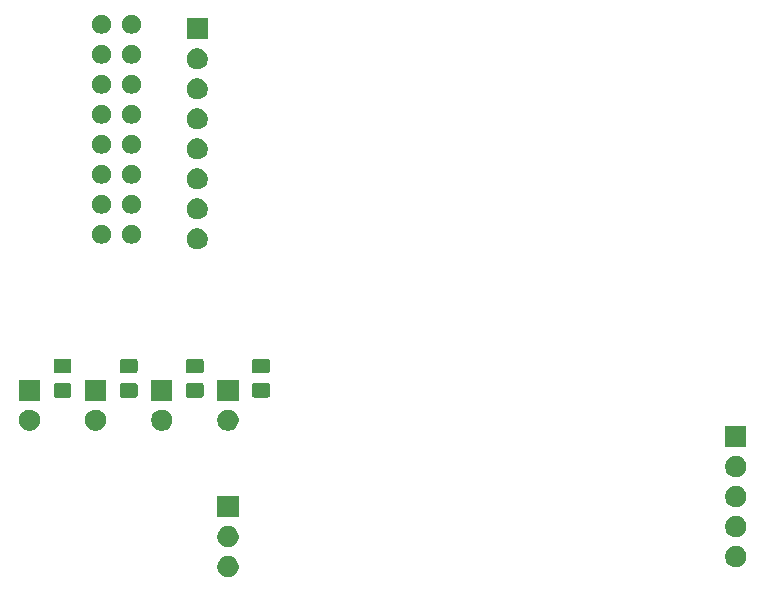
<source format=gbs>
G04 #@! TF.GenerationSoftware,KiCad,Pcbnew,(5.1.5)-3*
G04 #@! TF.CreationDate,2020-04-23T23:50:09+02:00*
G04 #@! TF.ProjectId,User_Interface_Board,55736572-5f49-46e7-9465-72666163655f,rev?*
G04 #@! TF.SameCoordinates,Original*
G04 #@! TF.FileFunction,Soldermask,Bot*
G04 #@! TF.FilePolarity,Negative*
%FSLAX46Y46*%
G04 Gerber Fmt 4.6, Leading zero omitted, Abs format (unit mm)*
G04 Created by KiCad (PCBNEW (5.1.5)-3) date 2020-04-23 23:50:09*
%MOMM*%
%LPD*%
G04 APERTURE LIST*
%ADD10C,0.100000*%
G04 APERTURE END LIST*
D10*
G36*
X149713512Y-115143927D02*
G01*
X149862812Y-115173624D01*
X150026784Y-115241544D01*
X150174354Y-115340147D01*
X150299853Y-115465646D01*
X150398456Y-115613216D01*
X150466376Y-115777188D01*
X150501000Y-115951259D01*
X150501000Y-116128741D01*
X150466376Y-116302812D01*
X150398456Y-116466784D01*
X150299853Y-116614354D01*
X150174354Y-116739853D01*
X150026784Y-116838456D01*
X149862812Y-116906376D01*
X149713512Y-116936073D01*
X149688742Y-116941000D01*
X149511258Y-116941000D01*
X149486488Y-116936073D01*
X149337188Y-116906376D01*
X149173216Y-116838456D01*
X149025646Y-116739853D01*
X148900147Y-116614354D01*
X148801544Y-116466784D01*
X148733624Y-116302812D01*
X148699000Y-116128741D01*
X148699000Y-115951259D01*
X148733624Y-115777188D01*
X148801544Y-115613216D01*
X148900147Y-115465646D01*
X149025646Y-115340147D01*
X149173216Y-115241544D01*
X149337188Y-115173624D01*
X149486488Y-115143927D01*
X149511258Y-115139000D01*
X149688742Y-115139000D01*
X149713512Y-115143927D01*
G37*
G36*
X192713512Y-114283927D02*
G01*
X192862812Y-114313624D01*
X193026784Y-114381544D01*
X193174354Y-114480147D01*
X193299853Y-114605646D01*
X193398456Y-114753216D01*
X193466376Y-114917188D01*
X193501000Y-115091259D01*
X193501000Y-115268741D01*
X193466376Y-115442812D01*
X193398456Y-115606784D01*
X193299853Y-115754354D01*
X193174354Y-115879853D01*
X193026784Y-115978456D01*
X192862812Y-116046376D01*
X192713512Y-116076073D01*
X192688742Y-116081000D01*
X192511258Y-116081000D01*
X192486488Y-116076073D01*
X192337188Y-116046376D01*
X192173216Y-115978456D01*
X192025646Y-115879853D01*
X191900147Y-115754354D01*
X191801544Y-115606784D01*
X191733624Y-115442812D01*
X191699000Y-115268741D01*
X191699000Y-115091259D01*
X191733624Y-114917188D01*
X191801544Y-114753216D01*
X191900147Y-114605646D01*
X192025646Y-114480147D01*
X192173216Y-114381544D01*
X192337188Y-114313624D01*
X192486488Y-114283927D01*
X192511258Y-114279000D01*
X192688742Y-114279000D01*
X192713512Y-114283927D01*
G37*
G36*
X149713512Y-112603927D02*
G01*
X149862812Y-112633624D01*
X150026784Y-112701544D01*
X150174354Y-112800147D01*
X150299853Y-112925646D01*
X150398456Y-113073216D01*
X150466376Y-113237188D01*
X150501000Y-113411259D01*
X150501000Y-113588741D01*
X150466376Y-113762812D01*
X150398456Y-113926784D01*
X150299853Y-114074354D01*
X150174354Y-114199853D01*
X150026784Y-114298456D01*
X149862812Y-114366376D01*
X149713512Y-114396073D01*
X149688742Y-114401000D01*
X149511258Y-114401000D01*
X149486488Y-114396073D01*
X149337188Y-114366376D01*
X149173216Y-114298456D01*
X149025646Y-114199853D01*
X148900147Y-114074354D01*
X148801544Y-113926784D01*
X148733624Y-113762812D01*
X148699000Y-113588741D01*
X148699000Y-113411259D01*
X148733624Y-113237188D01*
X148801544Y-113073216D01*
X148900147Y-112925646D01*
X149025646Y-112800147D01*
X149173216Y-112701544D01*
X149337188Y-112633624D01*
X149486488Y-112603927D01*
X149511258Y-112599000D01*
X149688742Y-112599000D01*
X149713512Y-112603927D01*
G37*
G36*
X192713512Y-111743927D02*
G01*
X192862812Y-111773624D01*
X193026784Y-111841544D01*
X193174354Y-111940147D01*
X193299853Y-112065646D01*
X193398456Y-112213216D01*
X193466376Y-112377188D01*
X193501000Y-112551259D01*
X193501000Y-112728741D01*
X193466376Y-112902812D01*
X193398456Y-113066784D01*
X193299853Y-113214354D01*
X193174354Y-113339853D01*
X193026784Y-113438456D01*
X192862812Y-113506376D01*
X192713512Y-113536073D01*
X192688742Y-113541000D01*
X192511258Y-113541000D01*
X192486488Y-113536073D01*
X192337188Y-113506376D01*
X192173216Y-113438456D01*
X192025646Y-113339853D01*
X191900147Y-113214354D01*
X191801544Y-113066784D01*
X191733624Y-112902812D01*
X191699000Y-112728741D01*
X191699000Y-112551259D01*
X191733624Y-112377188D01*
X191801544Y-112213216D01*
X191900147Y-112065646D01*
X192025646Y-111940147D01*
X192173216Y-111841544D01*
X192337188Y-111773624D01*
X192486488Y-111743927D01*
X192511258Y-111739000D01*
X192688742Y-111739000D01*
X192713512Y-111743927D01*
G37*
G36*
X150501000Y-111861000D02*
G01*
X148699000Y-111861000D01*
X148699000Y-110059000D01*
X150501000Y-110059000D01*
X150501000Y-111861000D01*
G37*
G36*
X192713512Y-109203927D02*
G01*
X192862812Y-109233624D01*
X193026784Y-109301544D01*
X193174354Y-109400147D01*
X193299853Y-109525646D01*
X193398456Y-109673216D01*
X193466376Y-109837188D01*
X193501000Y-110011259D01*
X193501000Y-110188741D01*
X193466376Y-110362812D01*
X193398456Y-110526784D01*
X193299853Y-110674354D01*
X193174354Y-110799853D01*
X193026784Y-110898456D01*
X192862812Y-110966376D01*
X192713512Y-110996073D01*
X192688742Y-111001000D01*
X192511258Y-111001000D01*
X192486488Y-110996073D01*
X192337188Y-110966376D01*
X192173216Y-110898456D01*
X192025646Y-110799853D01*
X191900147Y-110674354D01*
X191801544Y-110526784D01*
X191733624Y-110362812D01*
X191699000Y-110188741D01*
X191699000Y-110011259D01*
X191733624Y-109837188D01*
X191801544Y-109673216D01*
X191900147Y-109525646D01*
X192025646Y-109400147D01*
X192173216Y-109301544D01*
X192337188Y-109233624D01*
X192486488Y-109203927D01*
X192511258Y-109199000D01*
X192688742Y-109199000D01*
X192713512Y-109203927D01*
G37*
G36*
X192713512Y-106663927D02*
G01*
X192862812Y-106693624D01*
X193026784Y-106761544D01*
X193174354Y-106860147D01*
X193299853Y-106985646D01*
X193398456Y-107133216D01*
X193466376Y-107297188D01*
X193501000Y-107471259D01*
X193501000Y-107648741D01*
X193466376Y-107822812D01*
X193398456Y-107986784D01*
X193299853Y-108134354D01*
X193174354Y-108259853D01*
X193026784Y-108358456D01*
X192862812Y-108426376D01*
X192713512Y-108456073D01*
X192688742Y-108461000D01*
X192511258Y-108461000D01*
X192486488Y-108456073D01*
X192337188Y-108426376D01*
X192173216Y-108358456D01*
X192025646Y-108259853D01*
X191900147Y-108134354D01*
X191801544Y-107986784D01*
X191733624Y-107822812D01*
X191699000Y-107648741D01*
X191699000Y-107471259D01*
X191733624Y-107297188D01*
X191801544Y-107133216D01*
X191900147Y-106985646D01*
X192025646Y-106860147D01*
X192173216Y-106761544D01*
X192337188Y-106693624D01*
X192486488Y-106663927D01*
X192511258Y-106659000D01*
X192688742Y-106659000D01*
X192713512Y-106663927D01*
G37*
G36*
X193501000Y-105921000D02*
G01*
X191699000Y-105921000D01*
X191699000Y-104119000D01*
X193501000Y-104119000D01*
X193501000Y-105921000D01*
G37*
G36*
X132913512Y-102743927D02*
G01*
X133062812Y-102773624D01*
X133226784Y-102841544D01*
X133374354Y-102940147D01*
X133499853Y-103065646D01*
X133598456Y-103213216D01*
X133666376Y-103377188D01*
X133701000Y-103551259D01*
X133701000Y-103728741D01*
X133666376Y-103902812D01*
X133598456Y-104066784D01*
X133499853Y-104214354D01*
X133374354Y-104339853D01*
X133226784Y-104438456D01*
X133062812Y-104506376D01*
X132913512Y-104536073D01*
X132888742Y-104541000D01*
X132711258Y-104541000D01*
X132686488Y-104536073D01*
X132537188Y-104506376D01*
X132373216Y-104438456D01*
X132225646Y-104339853D01*
X132100147Y-104214354D01*
X132001544Y-104066784D01*
X131933624Y-103902812D01*
X131899000Y-103728741D01*
X131899000Y-103551259D01*
X131933624Y-103377188D01*
X132001544Y-103213216D01*
X132100147Y-103065646D01*
X132225646Y-102940147D01*
X132373216Y-102841544D01*
X132537188Y-102773624D01*
X132686488Y-102743927D01*
X132711258Y-102739000D01*
X132888742Y-102739000D01*
X132913512Y-102743927D01*
G37*
G36*
X138513512Y-102743927D02*
G01*
X138662812Y-102773624D01*
X138826784Y-102841544D01*
X138974354Y-102940147D01*
X139099853Y-103065646D01*
X139198456Y-103213216D01*
X139266376Y-103377188D01*
X139301000Y-103551259D01*
X139301000Y-103728741D01*
X139266376Y-103902812D01*
X139198456Y-104066784D01*
X139099853Y-104214354D01*
X138974354Y-104339853D01*
X138826784Y-104438456D01*
X138662812Y-104506376D01*
X138513512Y-104536073D01*
X138488742Y-104541000D01*
X138311258Y-104541000D01*
X138286488Y-104536073D01*
X138137188Y-104506376D01*
X137973216Y-104438456D01*
X137825646Y-104339853D01*
X137700147Y-104214354D01*
X137601544Y-104066784D01*
X137533624Y-103902812D01*
X137499000Y-103728741D01*
X137499000Y-103551259D01*
X137533624Y-103377188D01*
X137601544Y-103213216D01*
X137700147Y-103065646D01*
X137825646Y-102940147D01*
X137973216Y-102841544D01*
X138137188Y-102773624D01*
X138286488Y-102743927D01*
X138311258Y-102739000D01*
X138488742Y-102739000D01*
X138513512Y-102743927D01*
G37*
G36*
X144113512Y-102743927D02*
G01*
X144262812Y-102773624D01*
X144426784Y-102841544D01*
X144574354Y-102940147D01*
X144699853Y-103065646D01*
X144798456Y-103213216D01*
X144866376Y-103377188D01*
X144901000Y-103551259D01*
X144901000Y-103728741D01*
X144866376Y-103902812D01*
X144798456Y-104066784D01*
X144699853Y-104214354D01*
X144574354Y-104339853D01*
X144426784Y-104438456D01*
X144262812Y-104506376D01*
X144113512Y-104536073D01*
X144088742Y-104541000D01*
X143911258Y-104541000D01*
X143886488Y-104536073D01*
X143737188Y-104506376D01*
X143573216Y-104438456D01*
X143425646Y-104339853D01*
X143300147Y-104214354D01*
X143201544Y-104066784D01*
X143133624Y-103902812D01*
X143099000Y-103728741D01*
X143099000Y-103551259D01*
X143133624Y-103377188D01*
X143201544Y-103213216D01*
X143300147Y-103065646D01*
X143425646Y-102940147D01*
X143573216Y-102841544D01*
X143737188Y-102773624D01*
X143886488Y-102743927D01*
X143911258Y-102739000D01*
X144088742Y-102739000D01*
X144113512Y-102743927D01*
G37*
G36*
X149713512Y-102743927D02*
G01*
X149862812Y-102773624D01*
X150026784Y-102841544D01*
X150174354Y-102940147D01*
X150299853Y-103065646D01*
X150398456Y-103213216D01*
X150466376Y-103377188D01*
X150501000Y-103551259D01*
X150501000Y-103728741D01*
X150466376Y-103902812D01*
X150398456Y-104066784D01*
X150299853Y-104214354D01*
X150174354Y-104339853D01*
X150026784Y-104438456D01*
X149862812Y-104506376D01*
X149713512Y-104536073D01*
X149688742Y-104541000D01*
X149511258Y-104541000D01*
X149486488Y-104536073D01*
X149337188Y-104506376D01*
X149173216Y-104438456D01*
X149025646Y-104339853D01*
X148900147Y-104214354D01*
X148801544Y-104066784D01*
X148733624Y-103902812D01*
X148699000Y-103728741D01*
X148699000Y-103551259D01*
X148733624Y-103377188D01*
X148801544Y-103213216D01*
X148900147Y-103065646D01*
X149025646Y-102940147D01*
X149173216Y-102841544D01*
X149337188Y-102773624D01*
X149486488Y-102743927D01*
X149511258Y-102739000D01*
X149688742Y-102739000D01*
X149713512Y-102743927D01*
G37*
G36*
X139301000Y-102001000D02*
G01*
X137499000Y-102001000D01*
X137499000Y-100199000D01*
X139301000Y-100199000D01*
X139301000Y-102001000D01*
G37*
G36*
X150501000Y-102001000D02*
G01*
X148699000Y-102001000D01*
X148699000Y-100199000D01*
X150501000Y-100199000D01*
X150501000Y-102001000D01*
G37*
G36*
X144901000Y-102001000D02*
G01*
X143099000Y-102001000D01*
X143099000Y-100199000D01*
X144901000Y-100199000D01*
X144901000Y-102001000D01*
G37*
G36*
X133701000Y-102001000D02*
G01*
X131899000Y-102001000D01*
X131899000Y-100199000D01*
X133701000Y-100199000D01*
X133701000Y-102001000D01*
G37*
G36*
X136188674Y-100478465D02*
G01*
X136226367Y-100489899D01*
X136261103Y-100508466D01*
X136291548Y-100533452D01*
X136316534Y-100563897D01*
X136335101Y-100598633D01*
X136346535Y-100636326D01*
X136351000Y-100681661D01*
X136351000Y-101518339D01*
X136346535Y-101563674D01*
X136335101Y-101601367D01*
X136316534Y-101636103D01*
X136291548Y-101666548D01*
X136261103Y-101691534D01*
X136226367Y-101710101D01*
X136188674Y-101721535D01*
X136143339Y-101726000D01*
X135056661Y-101726000D01*
X135011326Y-101721535D01*
X134973633Y-101710101D01*
X134938897Y-101691534D01*
X134908452Y-101666548D01*
X134883466Y-101636103D01*
X134864899Y-101601367D01*
X134853465Y-101563674D01*
X134849000Y-101518339D01*
X134849000Y-100681661D01*
X134853465Y-100636326D01*
X134864899Y-100598633D01*
X134883466Y-100563897D01*
X134908452Y-100533452D01*
X134938897Y-100508466D01*
X134973633Y-100489899D01*
X135011326Y-100478465D01*
X135056661Y-100474000D01*
X136143339Y-100474000D01*
X136188674Y-100478465D01*
G37*
G36*
X141788674Y-100478465D02*
G01*
X141826367Y-100489899D01*
X141861103Y-100508466D01*
X141891548Y-100533452D01*
X141916534Y-100563897D01*
X141935101Y-100598633D01*
X141946535Y-100636326D01*
X141951000Y-100681661D01*
X141951000Y-101518339D01*
X141946535Y-101563674D01*
X141935101Y-101601367D01*
X141916534Y-101636103D01*
X141891548Y-101666548D01*
X141861103Y-101691534D01*
X141826367Y-101710101D01*
X141788674Y-101721535D01*
X141743339Y-101726000D01*
X140656661Y-101726000D01*
X140611326Y-101721535D01*
X140573633Y-101710101D01*
X140538897Y-101691534D01*
X140508452Y-101666548D01*
X140483466Y-101636103D01*
X140464899Y-101601367D01*
X140453465Y-101563674D01*
X140449000Y-101518339D01*
X140449000Y-100681661D01*
X140453465Y-100636326D01*
X140464899Y-100598633D01*
X140483466Y-100563897D01*
X140508452Y-100533452D01*
X140538897Y-100508466D01*
X140573633Y-100489899D01*
X140611326Y-100478465D01*
X140656661Y-100474000D01*
X141743339Y-100474000D01*
X141788674Y-100478465D01*
G37*
G36*
X147388674Y-100478465D02*
G01*
X147426367Y-100489899D01*
X147461103Y-100508466D01*
X147491548Y-100533452D01*
X147516534Y-100563897D01*
X147535101Y-100598633D01*
X147546535Y-100636326D01*
X147551000Y-100681661D01*
X147551000Y-101518339D01*
X147546535Y-101563674D01*
X147535101Y-101601367D01*
X147516534Y-101636103D01*
X147491548Y-101666548D01*
X147461103Y-101691534D01*
X147426367Y-101710101D01*
X147388674Y-101721535D01*
X147343339Y-101726000D01*
X146256661Y-101726000D01*
X146211326Y-101721535D01*
X146173633Y-101710101D01*
X146138897Y-101691534D01*
X146108452Y-101666548D01*
X146083466Y-101636103D01*
X146064899Y-101601367D01*
X146053465Y-101563674D01*
X146049000Y-101518339D01*
X146049000Y-100681661D01*
X146053465Y-100636326D01*
X146064899Y-100598633D01*
X146083466Y-100563897D01*
X146108452Y-100533452D01*
X146138897Y-100508466D01*
X146173633Y-100489899D01*
X146211326Y-100478465D01*
X146256661Y-100474000D01*
X147343339Y-100474000D01*
X147388674Y-100478465D01*
G37*
G36*
X152988674Y-100478465D02*
G01*
X153026367Y-100489899D01*
X153061103Y-100508466D01*
X153091548Y-100533452D01*
X153116534Y-100563897D01*
X153135101Y-100598633D01*
X153146535Y-100636326D01*
X153151000Y-100681661D01*
X153151000Y-101518339D01*
X153146535Y-101563674D01*
X153135101Y-101601367D01*
X153116534Y-101636103D01*
X153091548Y-101666548D01*
X153061103Y-101691534D01*
X153026367Y-101710101D01*
X152988674Y-101721535D01*
X152943339Y-101726000D01*
X151856661Y-101726000D01*
X151811326Y-101721535D01*
X151773633Y-101710101D01*
X151738897Y-101691534D01*
X151708452Y-101666548D01*
X151683466Y-101636103D01*
X151664899Y-101601367D01*
X151653465Y-101563674D01*
X151649000Y-101518339D01*
X151649000Y-100681661D01*
X151653465Y-100636326D01*
X151664899Y-100598633D01*
X151683466Y-100563897D01*
X151708452Y-100533452D01*
X151738897Y-100508466D01*
X151773633Y-100489899D01*
X151811326Y-100478465D01*
X151856661Y-100474000D01*
X152943339Y-100474000D01*
X152988674Y-100478465D01*
G37*
G36*
X136188674Y-98428465D02*
G01*
X136226367Y-98439899D01*
X136261103Y-98458466D01*
X136291548Y-98483452D01*
X136316534Y-98513897D01*
X136335101Y-98548633D01*
X136346535Y-98586326D01*
X136351000Y-98631661D01*
X136351000Y-99468339D01*
X136346535Y-99513674D01*
X136335101Y-99551367D01*
X136316534Y-99586103D01*
X136291548Y-99616548D01*
X136261103Y-99641534D01*
X136226367Y-99660101D01*
X136188674Y-99671535D01*
X136143339Y-99676000D01*
X135056661Y-99676000D01*
X135011326Y-99671535D01*
X134973633Y-99660101D01*
X134938897Y-99641534D01*
X134908452Y-99616548D01*
X134883466Y-99586103D01*
X134864899Y-99551367D01*
X134853465Y-99513674D01*
X134849000Y-99468339D01*
X134849000Y-98631661D01*
X134853465Y-98586326D01*
X134864899Y-98548633D01*
X134883466Y-98513897D01*
X134908452Y-98483452D01*
X134938897Y-98458466D01*
X134973633Y-98439899D01*
X135011326Y-98428465D01*
X135056661Y-98424000D01*
X136143339Y-98424000D01*
X136188674Y-98428465D01*
G37*
G36*
X141788674Y-98428465D02*
G01*
X141826367Y-98439899D01*
X141861103Y-98458466D01*
X141891548Y-98483452D01*
X141916534Y-98513897D01*
X141935101Y-98548633D01*
X141946535Y-98586326D01*
X141951000Y-98631661D01*
X141951000Y-99468339D01*
X141946535Y-99513674D01*
X141935101Y-99551367D01*
X141916534Y-99586103D01*
X141891548Y-99616548D01*
X141861103Y-99641534D01*
X141826367Y-99660101D01*
X141788674Y-99671535D01*
X141743339Y-99676000D01*
X140656661Y-99676000D01*
X140611326Y-99671535D01*
X140573633Y-99660101D01*
X140538897Y-99641534D01*
X140508452Y-99616548D01*
X140483466Y-99586103D01*
X140464899Y-99551367D01*
X140453465Y-99513674D01*
X140449000Y-99468339D01*
X140449000Y-98631661D01*
X140453465Y-98586326D01*
X140464899Y-98548633D01*
X140483466Y-98513897D01*
X140508452Y-98483452D01*
X140538897Y-98458466D01*
X140573633Y-98439899D01*
X140611326Y-98428465D01*
X140656661Y-98424000D01*
X141743339Y-98424000D01*
X141788674Y-98428465D01*
G37*
G36*
X147388674Y-98428465D02*
G01*
X147426367Y-98439899D01*
X147461103Y-98458466D01*
X147491548Y-98483452D01*
X147516534Y-98513897D01*
X147535101Y-98548633D01*
X147546535Y-98586326D01*
X147551000Y-98631661D01*
X147551000Y-99468339D01*
X147546535Y-99513674D01*
X147535101Y-99551367D01*
X147516534Y-99586103D01*
X147491548Y-99616548D01*
X147461103Y-99641534D01*
X147426367Y-99660101D01*
X147388674Y-99671535D01*
X147343339Y-99676000D01*
X146256661Y-99676000D01*
X146211326Y-99671535D01*
X146173633Y-99660101D01*
X146138897Y-99641534D01*
X146108452Y-99616548D01*
X146083466Y-99586103D01*
X146064899Y-99551367D01*
X146053465Y-99513674D01*
X146049000Y-99468339D01*
X146049000Y-98631661D01*
X146053465Y-98586326D01*
X146064899Y-98548633D01*
X146083466Y-98513897D01*
X146108452Y-98483452D01*
X146138897Y-98458466D01*
X146173633Y-98439899D01*
X146211326Y-98428465D01*
X146256661Y-98424000D01*
X147343339Y-98424000D01*
X147388674Y-98428465D01*
G37*
G36*
X152988674Y-98428465D02*
G01*
X153026367Y-98439899D01*
X153061103Y-98458466D01*
X153091548Y-98483452D01*
X153116534Y-98513897D01*
X153135101Y-98548633D01*
X153146535Y-98586326D01*
X153151000Y-98631661D01*
X153151000Y-99468339D01*
X153146535Y-99513674D01*
X153135101Y-99551367D01*
X153116534Y-99586103D01*
X153091548Y-99616548D01*
X153061103Y-99641534D01*
X153026367Y-99660101D01*
X152988674Y-99671535D01*
X152943339Y-99676000D01*
X151856661Y-99676000D01*
X151811326Y-99671535D01*
X151773633Y-99660101D01*
X151738897Y-99641534D01*
X151708452Y-99616548D01*
X151683466Y-99586103D01*
X151664899Y-99551367D01*
X151653465Y-99513674D01*
X151649000Y-99468339D01*
X151649000Y-98631661D01*
X151653465Y-98586326D01*
X151664899Y-98548633D01*
X151683466Y-98513897D01*
X151708452Y-98483452D01*
X151738897Y-98458466D01*
X151773633Y-98439899D01*
X151811326Y-98428465D01*
X151856661Y-98424000D01*
X152943339Y-98424000D01*
X152988674Y-98428465D01*
G37*
G36*
X147113512Y-87383927D02*
G01*
X147262812Y-87413624D01*
X147426784Y-87481544D01*
X147574354Y-87580147D01*
X147699853Y-87705646D01*
X147798456Y-87853216D01*
X147866376Y-88017188D01*
X147901000Y-88191259D01*
X147901000Y-88368741D01*
X147866376Y-88542812D01*
X147798456Y-88706784D01*
X147699853Y-88854354D01*
X147574354Y-88979853D01*
X147426784Y-89078456D01*
X147262812Y-89146376D01*
X147113512Y-89176073D01*
X147088742Y-89181000D01*
X146911258Y-89181000D01*
X146886488Y-89176073D01*
X146737188Y-89146376D01*
X146573216Y-89078456D01*
X146425646Y-88979853D01*
X146300147Y-88854354D01*
X146201544Y-88706784D01*
X146133624Y-88542812D01*
X146099000Y-88368741D01*
X146099000Y-88191259D01*
X146133624Y-88017188D01*
X146201544Y-87853216D01*
X146300147Y-87705646D01*
X146425646Y-87580147D01*
X146573216Y-87481544D01*
X146737188Y-87413624D01*
X146886488Y-87383927D01*
X146911258Y-87379000D01*
X147088742Y-87379000D01*
X147113512Y-87383927D01*
G37*
G36*
X141677142Y-87108242D02*
G01*
X141825101Y-87169529D01*
X141958255Y-87258499D01*
X142071501Y-87371745D01*
X142160471Y-87504899D01*
X142221758Y-87652858D01*
X142253000Y-87809925D01*
X142253000Y-87970075D01*
X142221758Y-88127142D01*
X142160471Y-88275101D01*
X142071501Y-88408255D01*
X141958255Y-88521501D01*
X141825101Y-88610471D01*
X141677142Y-88671758D01*
X141520075Y-88703000D01*
X141359925Y-88703000D01*
X141202858Y-88671758D01*
X141054899Y-88610471D01*
X140921745Y-88521501D01*
X140808499Y-88408255D01*
X140719529Y-88275101D01*
X140658242Y-88127142D01*
X140627000Y-87970075D01*
X140627000Y-87809925D01*
X140658242Y-87652858D01*
X140719529Y-87504899D01*
X140808499Y-87371745D01*
X140921745Y-87258499D01*
X141054899Y-87169529D01*
X141202858Y-87108242D01*
X141359925Y-87077000D01*
X141520075Y-87077000D01*
X141677142Y-87108242D01*
G37*
G36*
X139137142Y-87108242D02*
G01*
X139285101Y-87169529D01*
X139418255Y-87258499D01*
X139531501Y-87371745D01*
X139620471Y-87504899D01*
X139681758Y-87652858D01*
X139713000Y-87809925D01*
X139713000Y-87970075D01*
X139681758Y-88127142D01*
X139620471Y-88275101D01*
X139531501Y-88408255D01*
X139418255Y-88521501D01*
X139285101Y-88610471D01*
X139137142Y-88671758D01*
X138980075Y-88703000D01*
X138819925Y-88703000D01*
X138662858Y-88671758D01*
X138514899Y-88610471D01*
X138381745Y-88521501D01*
X138268499Y-88408255D01*
X138179529Y-88275101D01*
X138118242Y-88127142D01*
X138087000Y-87970075D01*
X138087000Y-87809925D01*
X138118242Y-87652858D01*
X138179529Y-87504899D01*
X138268499Y-87371745D01*
X138381745Y-87258499D01*
X138514899Y-87169529D01*
X138662858Y-87108242D01*
X138819925Y-87077000D01*
X138980075Y-87077000D01*
X139137142Y-87108242D01*
G37*
G36*
X147113512Y-84843927D02*
G01*
X147262812Y-84873624D01*
X147426784Y-84941544D01*
X147574354Y-85040147D01*
X147699853Y-85165646D01*
X147798456Y-85313216D01*
X147866376Y-85477188D01*
X147901000Y-85651259D01*
X147901000Y-85828741D01*
X147866376Y-86002812D01*
X147798456Y-86166784D01*
X147699853Y-86314354D01*
X147574354Y-86439853D01*
X147426784Y-86538456D01*
X147262812Y-86606376D01*
X147113512Y-86636073D01*
X147088742Y-86641000D01*
X146911258Y-86641000D01*
X146886488Y-86636073D01*
X146737188Y-86606376D01*
X146573216Y-86538456D01*
X146425646Y-86439853D01*
X146300147Y-86314354D01*
X146201544Y-86166784D01*
X146133624Y-86002812D01*
X146099000Y-85828741D01*
X146099000Y-85651259D01*
X146133624Y-85477188D01*
X146201544Y-85313216D01*
X146300147Y-85165646D01*
X146425646Y-85040147D01*
X146573216Y-84941544D01*
X146737188Y-84873624D01*
X146886488Y-84843927D01*
X146911258Y-84839000D01*
X147088742Y-84839000D01*
X147113512Y-84843927D01*
G37*
G36*
X141677142Y-84568242D02*
G01*
X141825101Y-84629529D01*
X141958255Y-84718499D01*
X142071501Y-84831745D01*
X142160471Y-84964899D01*
X142221758Y-85112858D01*
X142253000Y-85269925D01*
X142253000Y-85430075D01*
X142221758Y-85587142D01*
X142160471Y-85735101D01*
X142071501Y-85868255D01*
X141958255Y-85981501D01*
X141825101Y-86070471D01*
X141677142Y-86131758D01*
X141520075Y-86163000D01*
X141359925Y-86163000D01*
X141202858Y-86131758D01*
X141054899Y-86070471D01*
X140921745Y-85981501D01*
X140808499Y-85868255D01*
X140719529Y-85735101D01*
X140658242Y-85587142D01*
X140627000Y-85430075D01*
X140627000Y-85269925D01*
X140658242Y-85112858D01*
X140719529Y-84964899D01*
X140808499Y-84831745D01*
X140921745Y-84718499D01*
X141054899Y-84629529D01*
X141202858Y-84568242D01*
X141359925Y-84537000D01*
X141520075Y-84537000D01*
X141677142Y-84568242D01*
G37*
G36*
X139137142Y-84568242D02*
G01*
X139285101Y-84629529D01*
X139418255Y-84718499D01*
X139531501Y-84831745D01*
X139620471Y-84964899D01*
X139681758Y-85112858D01*
X139713000Y-85269925D01*
X139713000Y-85430075D01*
X139681758Y-85587142D01*
X139620471Y-85735101D01*
X139531501Y-85868255D01*
X139418255Y-85981501D01*
X139285101Y-86070471D01*
X139137142Y-86131758D01*
X138980075Y-86163000D01*
X138819925Y-86163000D01*
X138662858Y-86131758D01*
X138514899Y-86070471D01*
X138381745Y-85981501D01*
X138268499Y-85868255D01*
X138179529Y-85735101D01*
X138118242Y-85587142D01*
X138087000Y-85430075D01*
X138087000Y-85269925D01*
X138118242Y-85112858D01*
X138179529Y-84964899D01*
X138268499Y-84831745D01*
X138381745Y-84718499D01*
X138514899Y-84629529D01*
X138662858Y-84568242D01*
X138819925Y-84537000D01*
X138980075Y-84537000D01*
X139137142Y-84568242D01*
G37*
G36*
X147113512Y-82303927D02*
G01*
X147262812Y-82333624D01*
X147426784Y-82401544D01*
X147574354Y-82500147D01*
X147699853Y-82625646D01*
X147798456Y-82773216D01*
X147866376Y-82937188D01*
X147901000Y-83111259D01*
X147901000Y-83288741D01*
X147866376Y-83462812D01*
X147798456Y-83626784D01*
X147699853Y-83774354D01*
X147574354Y-83899853D01*
X147426784Y-83998456D01*
X147262812Y-84066376D01*
X147113512Y-84096073D01*
X147088742Y-84101000D01*
X146911258Y-84101000D01*
X146886488Y-84096073D01*
X146737188Y-84066376D01*
X146573216Y-83998456D01*
X146425646Y-83899853D01*
X146300147Y-83774354D01*
X146201544Y-83626784D01*
X146133624Y-83462812D01*
X146099000Y-83288741D01*
X146099000Y-83111259D01*
X146133624Y-82937188D01*
X146201544Y-82773216D01*
X146300147Y-82625646D01*
X146425646Y-82500147D01*
X146573216Y-82401544D01*
X146737188Y-82333624D01*
X146886488Y-82303927D01*
X146911258Y-82299000D01*
X147088742Y-82299000D01*
X147113512Y-82303927D01*
G37*
G36*
X141677142Y-82028242D02*
G01*
X141825101Y-82089529D01*
X141958255Y-82178499D01*
X142071501Y-82291745D01*
X142160471Y-82424899D01*
X142221758Y-82572858D01*
X142253000Y-82729925D01*
X142253000Y-82890075D01*
X142221758Y-83047142D01*
X142160471Y-83195101D01*
X142071501Y-83328255D01*
X141958255Y-83441501D01*
X141825101Y-83530471D01*
X141677142Y-83591758D01*
X141520075Y-83623000D01*
X141359925Y-83623000D01*
X141202858Y-83591758D01*
X141054899Y-83530471D01*
X140921745Y-83441501D01*
X140808499Y-83328255D01*
X140719529Y-83195101D01*
X140658242Y-83047142D01*
X140627000Y-82890075D01*
X140627000Y-82729925D01*
X140658242Y-82572858D01*
X140719529Y-82424899D01*
X140808499Y-82291745D01*
X140921745Y-82178499D01*
X141054899Y-82089529D01*
X141202858Y-82028242D01*
X141359925Y-81997000D01*
X141520075Y-81997000D01*
X141677142Y-82028242D01*
G37*
G36*
X139137142Y-82028242D02*
G01*
X139285101Y-82089529D01*
X139418255Y-82178499D01*
X139531501Y-82291745D01*
X139620471Y-82424899D01*
X139681758Y-82572858D01*
X139713000Y-82729925D01*
X139713000Y-82890075D01*
X139681758Y-83047142D01*
X139620471Y-83195101D01*
X139531501Y-83328255D01*
X139418255Y-83441501D01*
X139285101Y-83530471D01*
X139137142Y-83591758D01*
X138980075Y-83623000D01*
X138819925Y-83623000D01*
X138662858Y-83591758D01*
X138514899Y-83530471D01*
X138381745Y-83441501D01*
X138268499Y-83328255D01*
X138179529Y-83195101D01*
X138118242Y-83047142D01*
X138087000Y-82890075D01*
X138087000Y-82729925D01*
X138118242Y-82572858D01*
X138179529Y-82424899D01*
X138268499Y-82291745D01*
X138381745Y-82178499D01*
X138514899Y-82089529D01*
X138662858Y-82028242D01*
X138819925Y-81997000D01*
X138980075Y-81997000D01*
X139137142Y-82028242D01*
G37*
G36*
X147113512Y-79763927D02*
G01*
X147262812Y-79793624D01*
X147426784Y-79861544D01*
X147574354Y-79960147D01*
X147699853Y-80085646D01*
X147798456Y-80233216D01*
X147866376Y-80397188D01*
X147901000Y-80571259D01*
X147901000Y-80748741D01*
X147866376Y-80922812D01*
X147798456Y-81086784D01*
X147699853Y-81234354D01*
X147574354Y-81359853D01*
X147426784Y-81458456D01*
X147262812Y-81526376D01*
X147113512Y-81556073D01*
X147088742Y-81561000D01*
X146911258Y-81561000D01*
X146886488Y-81556073D01*
X146737188Y-81526376D01*
X146573216Y-81458456D01*
X146425646Y-81359853D01*
X146300147Y-81234354D01*
X146201544Y-81086784D01*
X146133624Y-80922812D01*
X146099000Y-80748741D01*
X146099000Y-80571259D01*
X146133624Y-80397188D01*
X146201544Y-80233216D01*
X146300147Y-80085646D01*
X146425646Y-79960147D01*
X146573216Y-79861544D01*
X146737188Y-79793624D01*
X146886488Y-79763927D01*
X146911258Y-79759000D01*
X147088742Y-79759000D01*
X147113512Y-79763927D01*
G37*
G36*
X139137142Y-79488242D02*
G01*
X139285101Y-79549529D01*
X139418255Y-79638499D01*
X139531501Y-79751745D01*
X139620471Y-79884899D01*
X139681758Y-80032858D01*
X139713000Y-80189925D01*
X139713000Y-80350075D01*
X139681758Y-80507142D01*
X139620471Y-80655101D01*
X139531501Y-80788255D01*
X139418255Y-80901501D01*
X139285101Y-80990471D01*
X139137142Y-81051758D01*
X138980075Y-81083000D01*
X138819925Y-81083000D01*
X138662858Y-81051758D01*
X138514899Y-80990471D01*
X138381745Y-80901501D01*
X138268499Y-80788255D01*
X138179529Y-80655101D01*
X138118242Y-80507142D01*
X138087000Y-80350075D01*
X138087000Y-80189925D01*
X138118242Y-80032858D01*
X138179529Y-79884899D01*
X138268499Y-79751745D01*
X138381745Y-79638499D01*
X138514899Y-79549529D01*
X138662858Y-79488242D01*
X138819925Y-79457000D01*
X138980075Y-79457000D01*
X139137142Y-79488242D01*
G37*
G36*
X141677142Y-79488242D02*
G01*
X141825101Y-79549529D01*
X141958255Y-79638499D01*
X142071501Y-79751745D01*
X142160471Y-79884899D01*
X142221758Y-80032858D01*
X142253000Y-80189925D01*
X142253000Y-80350075D01*
X142221758Y-80507142D01*
X142160471Y-80655101D01*
X142071501Y-80788255D01*
X141958255Y-80901501D01*
X141825101Y-80990471D01*
X141677142Y-81051758D01*
X141520075Y-81083000D01*
X141359925Y-81083000D01*
X141202858Y-81051758D01*
X141054899Y-80990471D01*
X140921745Y-80901501D01*
X140808499Y-80788255D01*
X140719529Y-80655101D01*
X140658242Y-80507142D01*
X140627000Y-80350075D01*
X140627000Y-80189925D01*
X140658242Y-80032858D01*
X140719529Y-79884899D01*
X140808499Y-79751745D01*
X140921745Y-79638499D01*
X141054899Y-79549529D01*
X141202858Y-79488242D01*
X141359925Y-79457000D01*
X141520075Y-79457000D01*
X141677142Y-79488242D01*
G37*
G36*
X147113512Y-77223927D02*
G01*
X147262812Y-77253624D01*
X147426784Y-77321544D01*
X147574354Y-77420147D01*
X147699853Y-77545646D01*
X147798456Y-77693216D01*
X147866376Y-77857188D01*
X147901000Y-78031259D01*
X147901000Y-78208741D01*
X147866376Y-78382812D01*
X147798456Y-78546784D01*
X147699853Y-78694354D01*
X147574354Y-78819853D01*
X147426784Y-78918456D01*
X147262812Y-78986376D01*
X147113512Y-79016073D01*
X147088742Y-79021000D01*
X146911258Y-79021000D01*
X146886488Y-79016073D01*
X146737188Y-78986376D01*
X146573216Y-78918456D01*
X146425646Y-78819853D01*
X146300147Y-78694354D01*
X146201544Y-78546784D01*
X146133624Y-78382812D01*
X146099000Y-78208741D01*
X146099000Y-78031259D01*
X146133624Y-77857188D01*
X146201544Y-77693216D01*
X146300147Y-77545646D01*
X146425646Y-77420147D01*
X146573216Y-77321544D01*
X146737188Y-77253624D01*
X146886488Y-77223927D01*
X146911258Y-77219000D01*
X147088742Y-77219000D01*
X147113512Y-77223927D01*
G37*
G36*
X139137142Y-76948242D02*
G01*
X139285101Y-77009529D01*
X139418255Y-77098499D01*
X139531501Y-77211745D01*
X139620471Y-77344899D01*
X139681758Y-77492858D01*
X139713000Y-77649925D01*
X139713000Y-77810075D01*
X139681758Y-77967142D01*
X139620471Y-78115101D01*
X139531501Y-78248255D01*
X139418255Y-78361501D01*
X139285101Y-78450471D01*
X139137142Y-78511758D01*
X138980075Y-78543000D01*
X138819925Y-78543000D01*
X138662858Y-78511758D01*
X138514899Y-78450471D01*
X138381745Y-78361501D01*
X138268499Y-78248255D01*
X138179529Y-78115101D01*
X138118242Y-77967142D01*
X138087000Y-77810075D01*
X138087000Y-77649925D01*
X138118242Y-77492858D01*
X138179529Y-77344899D01*
X138268499Y-77211745D01*
X138381745Y-77098499D01*
X138514899Y-77009529D01*
X138662858Y-76948242D01*
X138819925Y-76917000D01*
X138980075Y-76917000D01*
X139137142Y-76948242D01*
G37*
G36*
X141677142Y-76948242D02*
G01*
X141825101Y-77009529D01*
X141958255Y-77098499D01*
X142071501Y-77211745D01*
X142160471Y-77344899D01*
X142221758Y-77492858D01*
X142253000Y-77649925D01*
X142253000Y-77810075D01*
X142221758Y-77967142D01*
X142160471Y-78115101D01*
X142071501Y-78248255D01*
X141958255Y-78361501D01*
X141825101Y-78450471D01*
X141677142Y-78511758D01*
X141520075Y-78543000D01*
X141359925Y-78543000D01*
X141202858Y-78511758D01*
X141054899Y-78450471D01*
X140921745Y-78361501D01*
X140808499Y-78248255D01*
X140719529Y-78115101D01*
X140658242Y-77967142D01*
X140627000Y-77810075D01*
X140627000Y-77649925D01*
X140658242Y-77492858D01*
X140719529Y-77344899D01*
X140808499Y-77211745D01*
X140921745Y-77098499D01*
X141054899Y-77009529D01*
X141202858Y-76948242D01*
X141359925Y-76917000D01*
X141520075Y-76917000D01*
X141677142Y-76948242D01*
G37*
G36*
X147113512Y-74683927D02*
G01*
X147262812Y-74713624D01*
X147426784Y-74781544D01*
X147574354Y-74880147D01*
X147699853Y-75005646D01*
X147798456Y-75153216D01*
X147866376Y-75317188D01*
X147901000Y-75491259D01*
X147901000Y-75668741D01*
X147866376Y-75842812D01*
X147798456Y-76006784D01*
X147699853Y-76154354D01*
X147574354Y-76279853D01*
X147426784Y-76378456D01*
X147262812Y-76446376D01*
X147113512Y-76476073D01*
X147088742Y-76481000D01*
X146911258Y-76481000D01*
X146886488Y-76476073D01*
X146737188Y-76446376D01*
X146573216Y-76378456D01*
X146425646Y-76279853D01*
X146300147Y-76154354D01*
X146201544Y-76006784D01*
X146133624Y-75842812D01*
X146099000Y-75668741D01*
X146099000Y-75491259D01*
X146133624Y-75317188D01*
X146201544Y-75153216D01*
X146300147Y-75005646D01*
X146425646Y-74880147D01*
X146573216Y-74781544D01*
X146737188Y-74713624D01*
X146886488Y-74683927D01*
X146911258Y-74679000D01*
X147088742Y-74679000D01*
X147113512Y-74683927D01*
G37*
G36*
X141677142Y-74408242D02*
G01*
X141825101Y-74469529D01*
X141958255Y-74558499D01*
X142071501Y-74671745D01*
X142160471Y-74804899D01*
X142221758Y-74952858D01*
X142253000Y-75109925D01*
X142253000Y-75270075D01*
X142221758Y-75427142D01*
X142160471Y-75575101D01*
X142071501Y-75708255D01*
X141958255Y-75821501D01*
X141825101Y-75910471D01*
X141677142Y-75971758D01*
X141520075Y-76003000D01*
X141359925Y-76003000D01*
X141202858Y-75971758D01*
X141054899Y-75910471D01*
X140921745Y-75821501D01*
X140808499Y-75708255D01*
X140719529Y-75575101D01*
X140658242Y-75427142D01*
X140627000Y-75270075D01*
X140627000Y-75109925D01*
X140658242Y-74952858D01*
X140719529Y-74804899D01*
X140808499Y-74671745D01*
X140921745Y-74558499D01*
X141054899Y-74469529D01*
X141202858Y-74408242D01*
X141359925Y-74377000D01*
X141520075Y-74377000D01*
X141677142Y-74408242D01*
G37*
G36*
X139137142Y-74408242D02*
G01*
X139285101Y-74469529D01*
X139418255Y-74558499D01*
X139531501Y-74671745D01*
X139620471Y-74804899D01*
X139681758Y-74952858D01*
X139713000Y-75109925D01*
X139713000Y-75270075D01*
X139681758Y-75427142D01*
X139620471Y-75575101D01*
X139531501Y-75708255D01*
X139418255Y-75821501D01*
X139285101Y-75910471D01*
X139137142Y-75971758D01*
X138980075Y-76003000D01*
X138819925Y-76003000D01*
X138662858Y-75971758D01*
X138514899Y-75910471D01*
X138381745Y-75821501D01*
X138268499Y-75708255D01*
X138179529Y-75575101D01*
X138118242Y-75427142D01*
X138087000Y-75270075D01*
X138087000Y-75109925D01*
X138118242Y-74952858D01*
X138179529Y-74804899D01*
X138268499Y-74671745D01*
X138381745Y-74558499D01*
X138514899Y-74469529D01*
X138662858Y-74408242D01*
X138819925Y-74377000D01*
X138980075Y-74377000D01*
X139137142Y-74408242D01*
G37*
G36*
X147113512Y-72143927D02*
G01*
X147262812Y-72173624D01*
X147426784Y-72241544D01*
X147574354Y-72340147D01*
X147699853Y-72465646D01*
X147798456Y-72613216D01*
X147866376Y-72777188D01*
X147901000Y-72951259D01*
X147901000Y-73128741D01*
X147866376Y-73302812D01*
X147798456Y-73466784D01*
X147699853Y-73614354D01*
X147574354Y-73739853D01*
X147426784Y-73838456D01*
X147262812Y-73906376D01*
X147113512Y-73936073D01*
X147088742Y-73941000D01*
X146911258Y-73941000D01*
X146886488Y-73936073D01*
X146737188Y-73906376D01*
X146573216Y-73838456D01*
X146425646Y-73739853D01*
X146300147Y-73614354D01*
X146201544Y-73466784D01*
X146133624Y-73302812D01*
X146099000Y-73128741D01*
X146099000Y-72951259D01*
X146133624Y-72777188D01*
X146201544Y-72613216D01*
X146300147Y-72465646D01*
X146425646Y-72340147D01*
X146573216Y-72241544D01*
X146737188Y-72173624D01*
X146886488Y-72143927D01*
X146911258Y-72139000D01*
X147088742Y-72139000D01*
X147113512Y-72143927D01*
G37*
G36*
X139137142Y-71868242D02*
G01*
X139285101Y-71929529D01*
X139418255Y-72018499D01*
X139531501Y-72131745D01*
X139620471Y-72264899D01*
X139681758Y-72412858D01*
X139713000Y-72569925D01*
X139713000Y-72730075D01*
X139681758Y-72887142D01*
X139620471Y-73035101D01*
X139531501Y-73168255D01*
X139418255Y-73281501D01*
X139285101Y-73370471D01*
X139137142Y-73431758D01*
X138980075Y-73463000D01*
X138819925Y-73463000D01*
X138662858Y-73431758D01*
X138514899Y-73370471D01*
X138381745Y-73281501D01*
X138268499Y-73168255D01*
X138179529Y-73035101D01*
X138118242Y-72887142D01*
X138087000Y-72730075D01*
X138087000Y-72569925D01*
X138118242Y-72412858D01*
X138179529Y-72264899D01*
X138268499Y-72131745D01*
X138381745Y-72018499D01*
X138514899Y-71929529D01*
X138662858Y-71868242D01*
X138819925Y-71837000D01*
X138980075Y-71837000D01*
X139137142Y-71868242D01*
G37*
G36*
X141677142Y-71868242D02*
G01*
X141825101Y-71929529D01*
X141958255Y-72018499D01*
X142071501Y-72131745D01*
X142160471Y-72264899D01*
X142221758Y-72412858D01*
X142253000Y-72569925D01*
X142253000Y-72730075D01*
X142221758Y-72887142D01*
X142160471Y-73035101D01*
X142071501Y-73168255D01*
X141958255Y-73281501D01*
X141825101Y-73370471D01*
X141677142Y-73431758D01*
X141520075Y-73463000D01*
X141359925Y-73463000D01*
X141202858Y-73431758D01*
X141054899Y-73370471D01*
X140921745Y-73281501D01*
X140808499Y-73168255D01*
X140719529Y-73035101D01*
X140658242Y-72887142D01*
X140627000Y-72730075D01*
X140627000Y-72569925D01*
X140658242Y-72412858D01*
X140719529Y-72264899D01*
X140808499Y-72131745D01*
X140921745Y-72018499D01*
X141054899Y-71929529D01*
X141202858Y-71868242D01*
X141359925Y-71837000D01*
X141520075Y-71837000D01*
X141677142Y-71868242D01*
G37*
G36*
X147901000Y-71401000D02*
G01*
X146099000Y-71401000D01*
X146099000Y-69599000D01*
X147901000Y-69599000D01*
X147901000Y-71401000D01*
G37*
G36*
X141677142Y-69328242D02*
G01*
X141825101Y-69389529D01*
X141958255Y-69478499D01*
X142071501Y-69591745D01*
X142160471Y-69724899D01*
X142221758Y-69872858D01*
X142253000Y-70029925D01*
X142253000Y-70190075D01*
X142221758Y-70347142D01*
X142160471Y-70495101D01*
X142071501Y-70628255D01*
X141958255Y-70741501D01*
X141825101Y-70830471D01*
X141677142Y-70891758D01*
X141520075Y-70923000D01*
X141359925Y-70923000D01*
X141202858Y-70891758D01*
X141054899Y-70830471D01*
X140921745Y-70741501D01*
X140808499Y-70628255D01*
X140719529Y-70495101D01*
X140658242Y-70347142D01*
X140627000Y-70190075D01*
X140627000Y-70029925D01*
X140658242Y-69872858D01*
X140719529Y-69724899D01*
X140808499Y-69591745D01*
X140921745Y-69478499D01*
X141054899Y-69389529D01*
X141202858Y-69328242D01*
X141359925Y-69297000D01*
X141520075Y-69297000D01*
X141677142Y-69328242D01*
G37*
G36*
X139137142Y-69328242D02*
G01*
X139285101Y-69389529D01*
X139418255Y-69478499D01*
X139531501Y-69591745D01*
X139620471Y-69724899D01*
X139681758Y-69872858D01*
X139713000Y-70029925D01*
X139713000Y-70190075D01*
X139681758Y-70347142D01*
X139620471Y-70495101D01*
X139531501Y-70628255D01*
X139418255Y-70741501D01*
X139285101Y-70830471D01*
X139137142Y-70891758D01*
X138980075Y-70923000D01*
X138819925Y-70923000D01*
X138662858Y-70891758D01*
X138514899Y-70830471D01*
X138381745Y-70741501D01*
X138268499Y-70628255D01*
X138179529Y-70495101D01*
X138118242Y-70347142D01*
X138087000Y-70190075D01*
X138087000Y-70029925D01*
X138118242Y-69872858D01*
X138179529Y-69724899D01*
X138268499Y-69591745D01*
X138381745Y-69478499D01*
X138514899Y-69389529D01*
X138662858Y-69328242D01*
X138819925Y-69297000D01*
X138980075Y-69297000D01*
X139137142Y-69328242D01*
G37*
M02*

</source>
